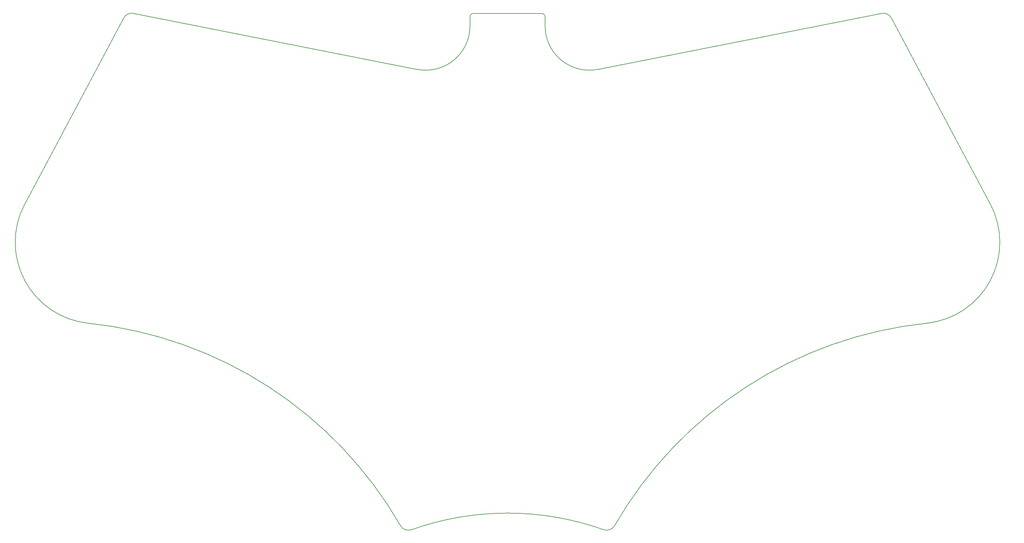
<source format=gm1>
G04 #@! TF.GenerationSoftware,KiCad,Pcbnew,5.1.5-52549c5~86~ubuntu18.04.1*
G04 #@! TF.CreationDate,2020-04-17T17:36:02+02:00*
G04 #@! TF.ProjectId,first-pcb,66697273-742d-4706-9362-2e6b69636164,0.1.1*
G04 #@! TF.SameCoordinates,Original*
G04 #@! TF.FileFunction,Profile,NP*
%FSLAX46Y46*%
G04 Gerber Fmt 4.6, Leading zero omitted, Abs format (unit mm)*
G04 Created by KiCad (PCBNEW 5.1.5-52549c5~86~ubuntu18.04.1) date 2020-04-17 17:36:02*
%MOMM*%
%LPD*%
G04 APERTURE LIST*
%ADD10C,0.200000*%
G04 APERTURE END LIST*
D10*
X121652665Y-176369463D02*
G75*
G02X118647531Y-175262327I-838871J2355057D01*
G01*
X157624794Y-33543906D02*
G75*
G02X158624794Y-34543906I0J-1000000D01*
G01*
X137844094Y-37043907D02*
G75*
G02X123256886Y-49032798I-12220301J0D01*
G01*
X42111324Y-34823227D02*
G75*
G02X44802909Y-33544247I2207369J-1173679D01*
G01*
X251666580Y-33544248D02*
G75*
G02X254358163Y-34823228I484215J-2452657D01*
G01*
X281719794Y-86282905D02*
X254357796Y-34822905D01*
X121652506Y-176369496D02*
G75*
G02X174816953Y-176369451I26582287J-74627009D01*
G01*
X173211704Y-49032796D02*
G75*
G02X158624493Y-37043906I-2366909J11988892D01*
G01*
X137844795Y-37043905D02*
X137844793Y-34543905D01*
X177822666Y-175262067D02*
G75*
G02X264149962Y-119254646I97934126J-56417017D01*
G01*
X137844795Y-34543903D02*
G75*
G02X138844796Y-33543904I1000000J-1D01*
G01*
X32319522Y-119254651D02*
G75*
G02X118647014Y-175262412I-11606828J-112424436D01*
G01*
X138844796Y-33543904D02*
X157624793Y-33543905D01*
X44802891Y-33543903D02*
X123257792Y-49032905D01*
X281719357Y-86283157D02*
G75*
G02X264149328Y-119254248I-19882565J-10571750D01*
G01*
X32319463Y-119254247D02*
G75*
G02X14749425Y-86283158I2312531J22399343D01*
G01*
X177822056Y-175262320D02*
G75*
G02X174816915Y-176369458I-2166263J1247915D01*
G01*
X173211793Y-49032905D02*
X251665795Y-33543905D01*
X158624795Y-37043904D02*
X158624794Y-34543906D01*
X14749494Y-86282905D02*
X42111294Y-34822905D01*
M02*

</source>
